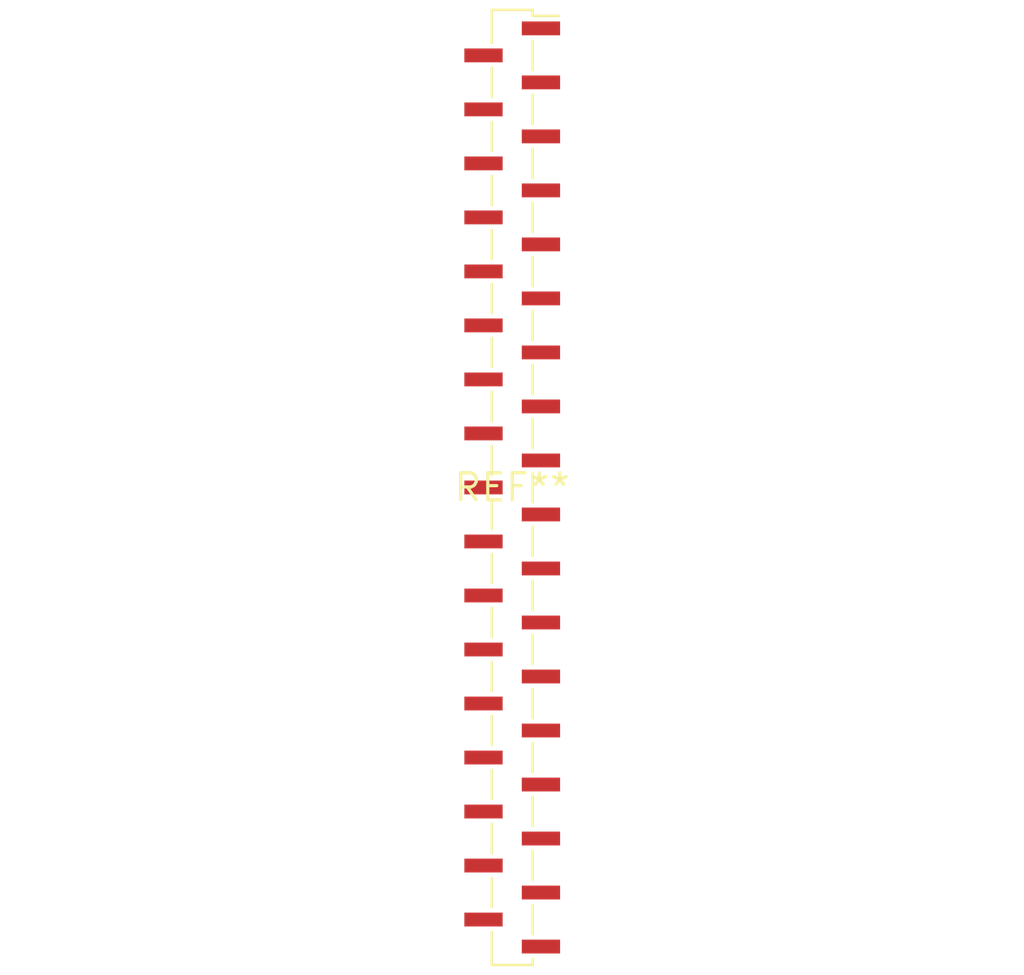
<source format=kicad_pcb>
(kicad_pcb (version 20240108) (generator pcbnew)
  (layers (0 "F.Cu" signal) (31 "B.Cu" signal) (34 "B.Paste" user) (35 "F.Paste" user) (36 "B.SilkS" user "B.Silkscreen") (37 "F.SilkS" user "F.Silkscreen") (38 "B.Mask" user) (39 "F.Mask" user) (44 "Edge.Cuts" user))
  (net 0 "")
  (footprint "PinSocket_1x35_P1.27mm_Vertical_SMD_Pin1Right" (layer "F.Cu") (at 0 0)
    (property "Reference" "REF**")
    (property "Value" "PinSocket_1x35_P1.27mm_Vertical_SMD_Pin1Right")
    (fp_line (start -0.96 -22.46) (end -0.96 -20.905) (layer "F.SilkS") (stroke (width 0.12)))
    (fp_line (start -0.96 -22.46) (end 0.96 -22.46) (layer "F.SilkS") (stroke (width 0.12)))
    (fp_line (start -0.96 -19.735) (end -0.96 -18.365) (layer "F.SilkS") (stroke (width 0.12)))
    (fp_line (start -0.96 -17.195) (end -0.96 -15.825) (layer "F.SilkS") (stroke (width 0.12)))
    (fp_line (start -0.96 -14.655) (end -0.96 -13.285) (layer "F.SilkS") (stroke (width 0.12)))
    (fp_line (start -0.96 -12.115) (end -0.96 -10.745) (layer "F.SilkS") (stroke (width 0.12)))
    (fp_line (start -0.96 -9.575) (end -0.96 -8.205) (layer "F.SilkS") (stroke (width 0.12)))
    (fp_line (start -0.96 -7.035) (end -0.96 -5.665) (layer "F.SilkS") (stroke (width 0.12)))
    (fp_line (start -0.96 -4.495) (end -0.96 -3.125) (layer "F.SilkS") (stroke (width 0.12)))
    (fp_line (start -0.96 -1.955) (end -0.96 -0.585) (layer "F.SilkS") (stroke (width 0.12)))
    (fp_line (start -0.96 0.585) (end -0.96 1.955) (layer "F.SilkS") (stroke (width 0.12)))
    (fp_line (start -0.96 3.125) (end -0.96 4.495) (layer "F.SilkS") (stroke (width 0.12)))
    (fp_line (start -0.96 5.665) (end -0.96 7.035) (layer "F.SilkS") (stroke (width 0.12)))
    (fp_line (start -0.96 8.205) (end -0.96 9.575) (layer "F.SilkS") (stroke (width 0.12)))
    (fp_line (start -0.96 10.745) (end -0.96 12.115) (layer "F.SilkS") (stroke (width 0.12)))
    (fp_line (start -0.96 13.285) (end -0.96 14.655) (layer "F.SilkS") (stroke (width 0.12)))
    (fp_line (start -0.96 15.825) (end -0.96 17.195) (layer "F.SilkS") (stroke (width 0.12)))
    (fp_line (start -0.96 18.365) (end -0.96 19.735) (layer "F.SilkS") (stroke (width 0.12)))
    (fp_line (start -0.96 20.905) (end -0.96 22.46) (layer "F.SilkS") (stroke (width 0.12)))
    (fp_line (start -0.96 22.46) (end 0.96 22.46) (layer "F.SilkS") (stroke (width 0.12)))
    (fp_line (start 0.96 -22.46) (end 0.96 -22.175) (layer "F.SilkS") (stroke (width 0.12)))
    (fp_line (start 0.96 -22.175) (end 2.19 -22.175) (layer "F.SilkS") (stroke (width 0.12)))
    (fp_line (start 0.96 -21.005) (end 0.96 -19.635) (layer "F.SilkS") (stroke (width 0.12)))
    (fp_line (start 0.96 -18.465) (end 0.96 -17.095) (layer "F.SilkS") (stroke (width 0.12)))
    (fp_line (start 0.96 -15.925) (end 0.96 -14.555) (layer "F.SilkS") (stroke (width 0.12)))
    (fp_line (start 0.96 -13.385) (end 0.96 -12.015) (layer "F.SilkS") (stroke (width 0.12)))
    (fp_line (start 0.96 -10.845) (end 0.96 -9.475) (layer "F.SilkS") (stroke (width 0.12)))
    (fp_line (start 0.96 -8.305) (end 0.96 -6.935) (layer "F.SilkS") (stroke (width 0.12)))
    (fp_line (start 0.96 -5.765) (end 0.96 -4.395) (layer "F.SilkS") (stroke (width 0.12)))
    (fp_line (start 0.96 -3.225) (end 0.96 -1.855) (layer "F.SilkS") (stroke (width 0.12)))
    (fp_line (start 0.96 -0.685) (end 0.96 0.685) (layer "F.SilkS") (stroke (width 0.12)))
    (fp_line (start 0.96 1.855) (end 0.96 3.225) (layer "F.SilkS") (stroke (width 0.12)))
    (fp_line (start 0.96 4.395) (end 0.96 5.765) (layer "F.SilkS") (stroke (width 0.12)))
    (fp_line (start 0.96 6.935) (end 0.96 8.305) (layer "F.SilkS") (stroke (width 0.12)))
    (fp_line (start 0.96 9.475) (end 0.96 10.845) (layer "F.SilkS") (stroke (width 0.12)))
    (fp_line (start 0.96 12.015) (end 0.96 13.385) (layer "F.SilkS") (stroke (width 0.12)))
    (fp_line (start 0.96 14.555) (end 0.96 15.925) (layer "F.SilkS") (stroke (width 0.12)))
    (fp_line (start 0.96 17.095) (end 0.96 18.465) (layer "F.SilkS") (stroke (width 0.12)))
    (fp_line (start 0.96 19.635) (end 0.96 21.005) (layer "F.SilkS") (stroke (width 0.12)))
    (fp_line (start 0.96 22.175) (end 0.96 22.46) (layer "F.SilkS") (stroke (width 0.12)))
    (pad "1" smd rect (at 1.35 -21.59) (size 1.8 0.65) (layers "F.Cu" "F.Paste" "F.Mask"))
    (pad "2" smd rect (at -1.35 -20.32) (size 1.8 0.65) (layers "F.Cu" "F.Paste" "F.Mask"))
    (pad "3" smd rect (at 1.35 -19.05) (size 1.8 0.65) (layers "F.Cu" "F.Paste" "F.Mask"))
    (pad "4" smd rect (at -1.35 -17.78) (size 1.8 0.65) (layers "F.Cu" "F.Paste" "F.Mask"))
    (pad "5" smd rect (at 1.35 -16.51) (size 1.8 0.65) (layers "F.Cu" "F.Paste" "F.Mask"))
    (pad "6" smd rect (at -1.35 -15.24) (size 1.8 0.65) (layers "F.Cu" "F.Paste" "F.Mask"))
    (pad "7" smd rect (at 1.35 -13.97) (size 1.8 0.65) (layers "F.Cu" "F.Paste" "F.Mask"))
    (pad "8" smd rect (at -1.35 -12.7) (size 1.8 0.65) (layers "F.Cu" "F.Paste" "F.Mask"))
    (pad "9" smd rect (at 1.35 -11.43) (size 1.8 0.65) (layers "F.Cu" "F.Paste" "F.Mask"))
    (pad "10" smd rect (at -1.35 -10.16) (size 1.8 0.65) (layers "F.Cu" "F.Paste" "F.Mask"))
    (pad "11" smd rect (at 1.35 -8.89) (size 1.8 0.65) (layers "F.Cu" "F.Paste" "F.Mask"))
    (pad "12" smd rect (at -1.35 -7.62) (size 1.8 0.65) (layers "F.Cu" "F.Paste" "F.Mask"))
    (pad "13" smd rect (at 1.35 -6.35) (size 1.8 0.65) (layers "F.Cu" "F.Paste" "F.Mask"))
    (pad "14" smd rect (at -1.35 -5.08) (size 1.8 0.65) (layers "F.Cu" "F.Paste" "F.Mask"))
    (pad "15" smd rect (at 1.35 -3.81) (size 1.8 0.65) (layers "F.Cu" "F.Paste" "F.Mask"))
    (pad "16" smd rect (at -1.35 -2.54) (size 1.8 0.65) (layers "F.Cu" "F.Paste" "F.Mask"))
    (pad "17" smd rect (at 1.35 -1.27) (size 1.8 0.65) (layers "F.Cu" "F.Paste" "F.Mask"))
    (pad "18" smd rect (at -1.35 0) (size 1.8 0.65) (layers "F.Cu" "F.Paste" "F.Mask"))
    (pad "19" smd rect (at 1.35 1.27) (size 1.8 0.65) (layers "F.Cu" "F.Paste" "F.Mask"))
    (pad "20" smd rect (at -1.35 2.54) (size 1.8 0.65) (layers "F.Cu" "F.Paste" "F.Mask"))
    (pad "21" smd rect (at 1.35 3.81) (size 1.8 0.65) (layers "F.Cu" "F.Paste" "F.Mask"))
    (pad "22" smd rect (at -1.35 5.08) (size 1.8 0.65) (layers "F.Cu" "F.Paste" "F.Mask"))
    (pad "23" smd rect (at 1.35 6.35) (size 1.8 0.65) (layers "F.Cu" "F.Paste" "F.Mask"))
    (pad "24" smd rect (at -1.35 7.62) (size 1.8 0.65) (layers "F.Cu" "F.Paste" "F.Mask"))
    (pad "25" smd rect (at 1.35 8.89) (size 1.8 0.65) (layers "F.Cu" "F.Paste" "F.Mask"))
    (pad "26" smd rect (at -1.35 10.16) (size 1.8 0.65) (layers "F.Cu" "F.Paste" "F.Mask"))
    (pad "27" smd rect (at 1.35 11.43) (size 1.8 0.65) (layers "F.Cu" "F.Paste" "F.Mask"))
    (pad "28" smd rect (at -1.35 12.7) (size 1.8 0.65) (layers "F.Cu" "F.Paste" "F.Mask"))
    (pad "29" smd rect (at 1.35 13.97) (size 1.8 0.65) (layers "F.Cu" "F.Paste" "F.Mask"))
    (pad "30" smd rect (at -1.35 15.24) (size 1.8 0.65) (layers "F.Cu" "F.Paste" "F.Mask"))
    (pad "31" smd rect (at 1.35 16.51) (size 1.8 0.65) (layers "F.Cu" "F.Paste" "F.Mask"))
    (pad "32" smd rect (at -1.35 17.78) (size 1.8 0.65) (layers "F.Cu" "F.Paste" "F.Mask"))
    (pad "33" smd rect (at 1.35 19.05) (size 1.8 0.65) (layers "F.Cu" "F.Paste" "F.Mask"))
    (pad "34" smd rect (at -1.35 20.32) (size 1.8 0.65) (layers "F.Cu" "F.Paste" "F.Mask"))
    (pad "35" smd rect (at 1.35 21.59) (size 1.8 0.65) (layers "F.Cu" "F.Paste" "F.Mask"))
  )
)
</source>
